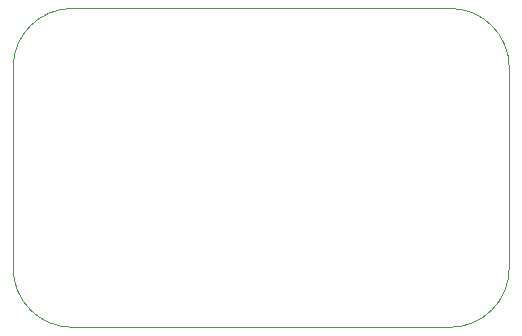
<source format=gbr>
%TF.GenerationSoftware,KiCad,Pcbnew,(6.0.5)*%
%TF.CreationDate,2022-06-01T17:15:45+01:00*%
%TF.ProjectId,OOEB-MODULE-PCB,4f4f4542-2d4d-44f4-9455-4c452d504342,rev?*%
%TF.SameCoordinates,Original*%
%TF.FileFunction,Profile,NP*%
%FSLAX46Y46*%
G04 Gerber Fmt 4.6, Leading zero omitted, Abs format (unit mm)*
G04 Created by KiCad (PCBNEW (6.0.5)) date 2022-06-01 17:15:45*
%MOMM*%
%LPD*%
G01*
G04 APERTURE LIST*
%TA.AperFunction,Profile*%
%ADD10C,0.120000*%
%TD*%
G04 APERTURE END LIST*
D10*
%TO.C,REF\u002A\u002A*%
X-21000000Y-8500000D02*
X-21000000Y8500000D01*
X-16000000Y13500000D02*
X16000000Y13500000D01*
X21000000Y8500000D02*
X21000000Y-8500000D01*
X16000000Y-13500000D02*
X-16000000Y-13500000D01*
X16000000Y-13500000D02*
G75*
G03*
X21000000Y-8500000I0J5000000D01*
G01*
X-21000000Y-8500000D02*
G75*
G03*
X-16000000Y-13500000I5000000J0D01*
G01*
X21000000Y8500000D02*
G75*
G03*
X16000000Y13500000I-5000000J0D01*
G01*
X-16000000Y13500000D02*
G75*
G03*
X-21000000Y8500000I0J-5000000D01*
G01*
%TD*%
M02*

</source>
